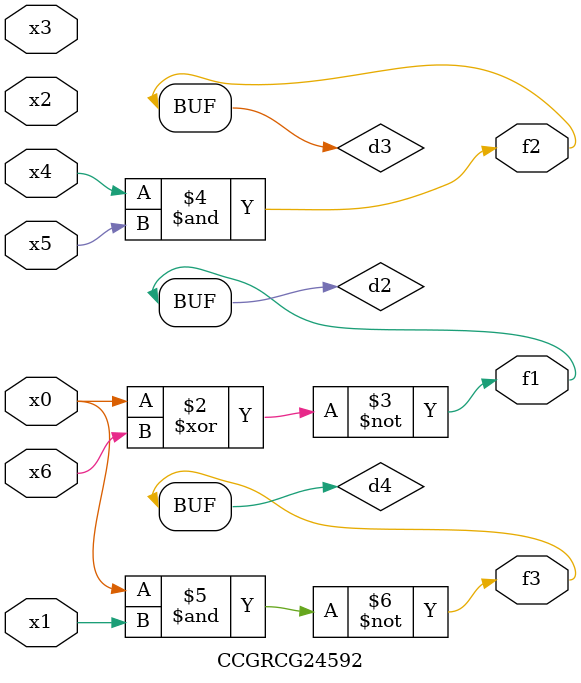
<source format=v>
module CCGRCG24592(
	input x0, x1, x2, x3, x4, x5, x6,
	output f1, f2, f3
);

	wire d1, d2, d3, d4;

	nor (d1, x0);
	xnor (d2, x0, x6);
	and (d3, x4, x5);
	nand (d4, x0, x1);
	assign f1 = d2;
	assign f2 = d3;
	assign f3 = d4;
endmodule

</source>
